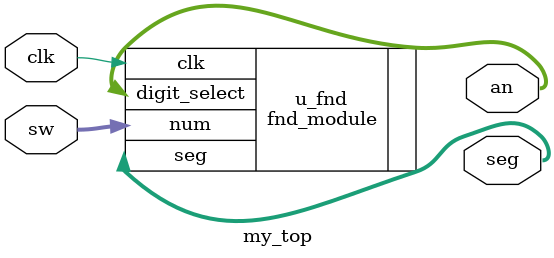
<source format=v>
`timescale 1ns / 1ps

module my_top(
    input clk,
    input [3:0] sw,
    // input reset,
    // input btnC,
    output [3:0] an,
    output [7:0] seg
    );

 
    fnd_module u_fnd(
        .num(sw),
        .clk(clk),
        .digit_select(an),
        .seg(seg)
    );

    // reg r_led_toggle = 1'b0;
    // wire o_clean_btn;

    // none_dff_button u_btn(
    //     .i_clk(clk),
    //     .i_reset(reset),
    //     .i_noisy_btn(btnC),
    //     .o_clean_btn(o_clean_btn)
    // );


    // always @ (posedge o_clean_btn or posedge reset) begin
    //     if(reset) begin
    //         r_led_toggle <= 0;
    //     end else begin
    //         r_led_toggle <= ~r_led_toggle;
    //     end
    // end
    
    // assign led = (r_led_toggle == 1) ? 1'b1 : 1'b0; 
    
endmodule


</source>
